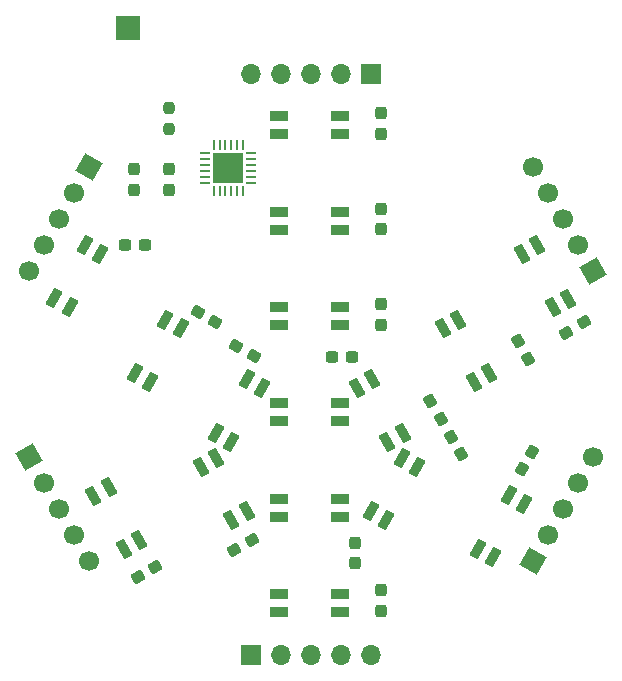
<source format=gbr>
%TF.GenerationSoftware,KiCad,Pcbnew,8.0.8*%
%TF.CreationDate,2025-04-07T13:38:17-04:00*%
%TF.ProjectId,pcb_tile_game_tile_ooo,7063625f-7469-46c6-955f-67616d655f74,1.0*%
%TF.SameCoordinates,Original*%
%TF.FileFunction,Soldermask,Top*%
%TF.FilePolarity,Negative*%
%FSLAX46Y46*%
G04 Gerber Fmt 4.6, Leading zero omitted, Abs format (unit mm)*
G04 Created by KiCad (PCBNEW 8.0.8) date 2025-04-07 13:38:17*
%MOMM*%
%LPD*%
G01*
G04 APERTURE LIST*
G04 Aperture macros list*
%AMRoundRect*
0 Rectangle with rounded corners*
0 $1 Rounding radius*
0 $2 $3 $4 $5 $6 $7 $8 $9 X,Y pos of 4 corners*
0 Add a 4 corners polygon primitive as box body*
4,1,4,$2,$3,$4,$5,$6,$7,$8,$9,$2,$3,0*
0 Add four circle primitives for the rounded corners*
1,1,$1+$1,$2,$3*
1,1,$1+$1,$4,$5*
1,1,$1+$1,$6,$7*
1,1,$1+$1,$8,$9*
0 Add four rect primitives between the rounded corners*
20,1,$1+$1,$2,$3,$4,$5,0*
20,1,$1+$1,$4,$5,$6,$7,0*
20,1,$1+$1,$6,$7,$8,$9,0*
20,1,$1+$1,$8,$9,$2,$3,0*%
%AMHorizOval*
0 Thick line with rounded ends*
0 $1 width*
0 $2 $3 position (X,Y) of the first rounded end (center of the circle)*
0 $4 $5 position (X,Y) of the second rounded end (center of the circle)*
0 Add line between two ends*
20,1,$1,$2,$3,$4,$5,0*
0 Add two circle primitives to create the rounded ends*
1,1,$1,$2,$3*
1,1,$1,$4,$5*%
%AMRotRect*
0 Rectangle, with rotation*
0 The origin of the aperture is its center*
0 $1 length*
0 $2 width*
0 $3 Rotation angle, in degrees counterclockwise*
0 Add horizontal line*
21,1,$1,$2,0,0,$3*%
G04 Aperture macros list end*
%ADD10RoundRect,0.237500X0.237500X-0.300000X0.237500X0.300000X-0.237500X0.300000X-0.237500X-0.300000X0*%
%ADD11RoundRect,0.237500X-0.378558X-0.055681X0.141058X-0.355681X0.378558X0.055681X-0.141058X0.355681X0*%
%ADD12RoundRect,0.237500X0.300000X0.237500X-0.300000X0.237500X-0.300000X-0.237500X0.300000X-0.237500X0*%
%ADD13R,1.700000X1.700000*%
%ADD14O,1.700000X1.700000*%
%ADD15RoundRect,0.237500X-0.237500X0.250000X-0.237500X-0.250000X0.237500X-0.250000X0.237500X0.250000X0*%
%ADD16RoundRect,0.237500X-0.141058X-0.355681X0.378558X-0.055681X0.141058X0.355681X-0.378558X0.055681X0*%
%ADD17RoundRect,0.237500X-0.355681X0.141058X-0.055681X-0.378558X0.355681X-0.141058X0.055681X0.378558X0*%
%ADD18RotRect,1.700000X1.700000X150.000000*%
%ADD19HorizOval,1.700000X0.000000X0.000000X0.000000X0.000000X0*%
%ADD20RoundRect,0.237500X0.355681X-0.141058X0.055681X0.378558X-0.355681X0.141058X-0.055681X-0.378558X0*%
%ADD21RoundRect,0.237500X-0.055681X0.378558X-0.355681X-0.141058X0.055681X-0.378558X0.355681X0.141058X0*%
%ADD22RoundRect,0.237500X0.378558X0.055681X-0.141058X0.355681X-0.378558X-0.055681X0.141058X-0.355681X0*%
%ADD23RotRect,1.700000X1.700000X330.000000*%
%ADD24HorizOval,1.700000X0.000000X0.000000X0.000000X0.000000X0*%
%ADD25RotRect,1.700000X1.700000X210.000000*%
%ADD26HorizOval,1.700000X0.000000X0.000000X0.000000X0.000000X0*%
%ADD27RotRect,1.700000X1.700000X30.000000*%
%ADD28HorizOval,1.700000X0.000000X0.000000X0.000000X0.000000X0*%
%ADD29R,2.000000X2.000000*%
%ADD30RoundRect,0.062500X-0.350000X-0.062500X0.350000X-0.062500X0.350000X0.062500X-0.350000X0.062500X0*%
%ADD31RoundRect,0.062500X-0.062500X-0.350000X0.062500X-0.350000X0.062500X0.350000X-0.062500X0.350000X0*%
%ADD32R,2.600000X2.600000*%
%ADD33RoundRect,0.082000X-0.718000X0.328000X-0.718000X-0.328000X0.718000X-0.328000X0.718000X0.328000X0*%
%ADD34RoundRect,0.082000X-0.643056X-0.457806X-0.074944X-0.785806X0.643056X0.457806X0.074944X0.785806X0*%
%ADD35RoundRect,0.082000X-0.074944X0.785806X-0.643056X0.457806X0.074944X-0.785806X0.643056X-0.457806X0*%
G04 APERTURE END LIST*
D10*
%TO.C,C2*%
X143860000Y-96825000D03*
X143860000Y-95100000D03*
%TD*%
D11*
%TO.C,C14*%
X133766106Y-78437502D03*
X135260000Y-79300000D03*
%TD*%
D12*
%TO.C,C3*%
X143560000Y-79400000D03*
X141835000Y-79400000D03*
%TD*%
D13*
%TO.C,J2*%
X134980000Y-104600000D03*
D14*
X137520000Y-104600000D03*
X140060000Y-104600000D03*
X142600000Y-104600000D03*
X145140000Y-104600000D03*
%TD*%
D15*
%TO.C,R1*%
X128099386Y-58275000D03*
X128099386Y-60100000D03*
%TD*%
D16*
%TO.C,C11*%
X125413053Y-98031250D03*
X126906947Y-97168750D03*
%TD*%
D10*
%TO.C,C18*%
X128099386Y-65237500D03*
X128099386Y-63512500D03*
%TD*%
%TO.C,C5*%
X146060000Y-68572500D03*
X146060000Y-66847500D03*
%TD*%
D17*
%TO.C,C9*%
X150197500Y-83106106D03*
X151060000Y-84600000D03*
%TD*%
D10*
%TO.C,C6*%
X146060000Y-60500000D03*
X146060000Y-58775000D03*
%TD*%
D18*
%TO.C,J3*%
X158920000Y-96689409D03*
D19*
X160190000Y-94489704D03*
X161460000Y-92290000D03*
X162730000Y-90090295D03*
X164000000Y-87890591D03*
%TD*%
D20*
%TO.C,C15*%
X152791249Y-87646947D03*
X151928751Y-86153053D03*
%TD*%
D16*
%TO.C,C7*%
X161713053Y-77331250D03*
X163206947Y-76468750D03*
%TD*%
D21*
%TO.C,C16*%
X158822500Y-87406106D03*
X157960000Y-88900000D03*
%TD*%
D22*
%TO.C,C13*%
X132006947Y-76431250D03*
X130513053Y-75568750D03*
%TD*%
D23*
%TO.C,J6*%
X121300000Y-63300591D03*
D24*
X120030000Y-65500296D03*
X118760000Y-67700000D03*
X117490000Y-69899705D03*
X116220000Y-72099409D03*
%TD*%
D17*
%TO.C,C8*%
X157628750Y-78053053D03*
X158491250Y-79546947D03*
%TD*%
D10*
%TO.C,C1*%
X146060000Y-100862500D03*
X146060000Y-99137500D03*
%TD*%
D25*
%TO.C,J4*%
X163963349Y-72075928D03*
D26*
X162693349Y-69876223D03*
X161423349Y-67676519D03*
X160153349Y-65476814D03*
X158883349Y-63277110D03*
%TD*%
D16*
%TO.C,C10*%
X133613053Y-95731250D03*
X135106947Y-94868750D03*
%TD*%
D27*
%TO.C,J1*%
X116220000Y-87900591D03*
D28*
X117490000Y-90100296D03*
X118760000Y-92300000D03*
X120030000Y-94499705D03*
X121300000Y-96699409D03*
%TD*%
D10*
%TO.C,C4*%
X146060000Y-76645000D03*
X146060000Y-74920000D03*
%TD*%
D13*
%TO.C,J5*%
X145140000Y-55400000D03*
D14*
X142600000Y-55400000D03*
X140060000Y-55400000D03*
X137520000Y-55400000D03*
X134980000Y-55400000D03*
%TD*%
D29*
%TO.C,TP1*%
X124560000Y-51500000D03*
%TD*%
D30*
%TO.C,U2*%
X131161886Y-62125000D03*
X131161886Y-62625000D03*
X131161886Y-63125000D03*
X131161886Y-63625000D03*
X131161886Y-64125000D03*
X131161886Y-64625000D03*
D31*
X131849386Y-65312500D03*
X132349386Y-65312500D03*
X132849386Y-65312500D03*
X133349386Y-65312500D03*
X133849386Y-65312500D03*
X134349386Y-65312500D03*
D30*
X135036886Y-64625000D03*
X135036886Y-64125000D03*
X135036886Y-63625000D03*
X135036886Y-63125000D03*
X135036886Y-62625000D03*
X135036886Y-62125000D03*
D31*
X134349386Y-61437500D03*
X133849386Y-61437500D03*
X133349386Y-61437500D03*
X132849386Y-61437500D03*
X132349386Y-61437500D03*
X131849386Y-61437500D03*
D32*
X133099386Y-63375000D03*
%TD*%
D10*
%TO.C,C17*%
X125099386Y-65237500D03*
X125099386Y-63512500D03*
%TD*%
D12*
%TO.C,C12*%
X126060000Y-69900000D03*
X124335000Y-69900000D03*
%TD*%
D33*
%TO.C,LED4*%
X142560000Y-83300000D03*
X142560000Y-84800000D03*
X137360000Y-84800000D03*
X137360000Y-83300000D03*
%TD*%
%TO.C,LED3*%
X142560000Y-75200000D03*
X142560000Y-76700000D03*
X137360000Y-76700000D03*
X137360000Y-75200000D03*
%TD*%
D34*
%TO.C,LED13*%
X127760961Y-76217383D03*
X129060000Y-76967383D03*
X126460000Y-81470715D03*
X125160961Y-80720715D03*
%TD*%
D35*
%TO.C,LED8*%
X155159520Y-80720714D03*
X153860481Y-81470714D03*
X151260481Y-76967382D03*
X152559521Y-76217382D03*
%TD*%
%TO.C,LED11*%
X125560000Y-94900001D03*
X124260960Y-95650000D03*
X121660961Y-91146668D03*
X122959998Y-90396668D03*
%TD*%
D33*
%TO.C,LED2*%
X142560000Y-67100000D03*
X142560000Y-68600000D03*
X137360000Y-68600000D03*
X137360000Y-67100000D03*
%TD*%
%TO.C,LED5*%
X142560000Y-91400000D03*
X142560000Y-92900000D03*
X137360000Y-92900000D03*
X137360000Y-91400000D03*
%TD*%
D35*
%TO.C,LED7*%
X161859040Y-74450000D03*
X160560001Y-75200000D03*
X157960001Y-70696668D03*
X159259040Y-69946668D03*
%TD*%
D33*
%TO.C,LED1*%
X142560000Y-59000000D03*
X142560000Y-60500000D03*
X137360000Y-60500000D03*
X137360000Y-59000000D03*
%TD*%
D34*
%TO.C,LED16*%
X156819740Y-91107559D03*
X158118779Y-91857559D03*
X155518779Y-96360891D03*
X154219740Y-95610891D03*
%TD*%
%TO.C,LED15*%
X147760000Y-87946667D03*
X149059039Y-88696667D03*
X146459039Y-93199999D03*
X145160000Y-92449999D03*
%TD*%
D35*
%TO.C,LED9*%
X147860000Y-85800000D03*
X146560961Y-86550000D03*
X143960961Y-82046668D03*
X145260000Y-81296668D03*
%TD*%
D34*
%TO.C,LED12*%
X120960000Y-69896668D03*
X122259039Y-70646668D03*
X119659039Y-75150000D03*
X118360000Y-74400000D03*
%TD*%
D33*
%TO.C,LED6*%
X142560000Y-99500000D03*
X142560000Y-101000000D03*
X137360000Y-101000000D03*
X137360000Y-99500000D03*
%TD*%
D35*
%TO.C,LED10*%
X134659039Y-92450000D03*
X133360000Y-93200000D03*
X130760000Y-88696668D03*
X132059039Y-87946668D03*
%TD*%
D34*
%TO.C,LED14*%
X134660000Y-81296667D03*
X135959039Y-82046667D03*
X133359039Y-86549999D03*
X132060000Y-85799999D03*
%TD*%
M02*

</source>
